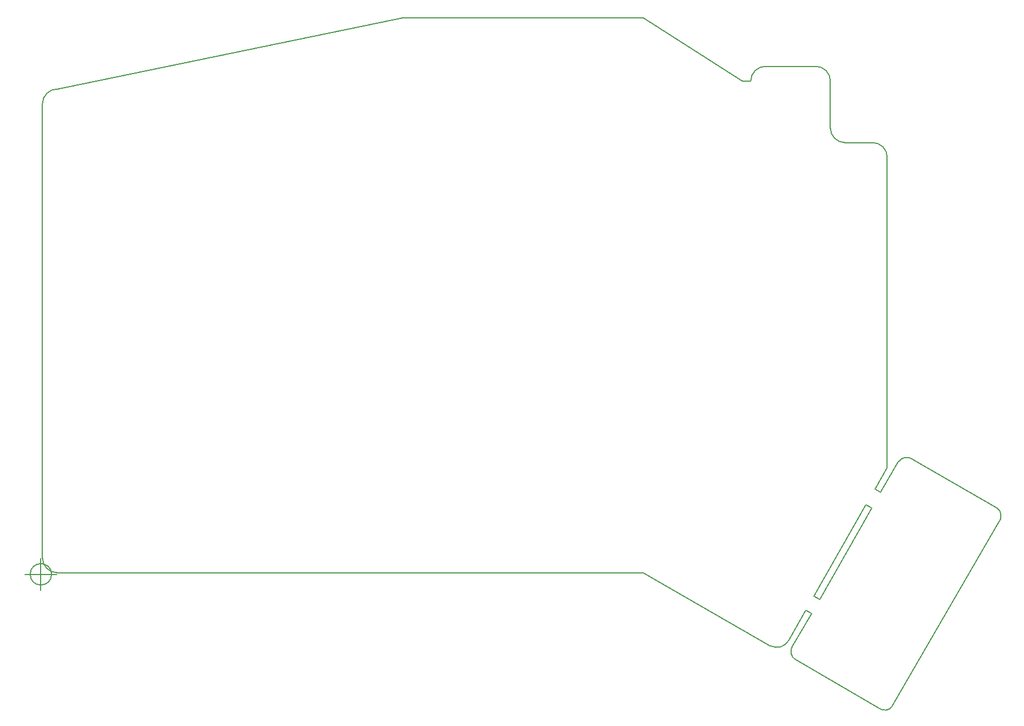
<source format=gm1>
G04 #@! TF.GenerationSoftware,KiCad,Pcbnew,(5.0.0)*
G04 #@! TF.CreationDate,2018-09-16T22:23:12+09:00*
G04 #@! TF.ProjectId,ergodash,6572676F646173682E6B696361645F70,2.0*
G04 #@! TF.SameCoordinates,Original*
G04 #@! TF.FileFunction,Profile,NP*
%FSLAX46Y46*%
G04 Gerber Fmt 4.6, Leading zero omitted, Abs format (unit mm)*
G04 Created by KiCad (PCBNEW (5.0.0)) date 09/16/18 22:23:12*
%MOMM*%
%LPD*%
G01*
G04 APERTURE LIST*
%ADD10C,0.150000*%
G04 APERTURE END LIST*
D10*
X198501000Y-149352000D02*
X195453000Y-154559000D01*
X199771000Y-147193000D02*
X207899000Y-132842000D01*
X198882000Y-146685000D02*
X199771000Y-147193000D01*
X198882000Y-146685000D02*
X207010000Y-132334000D01*
X207010000Y-132334000D02*
X207899000Y-132842000D01*
X194945000Y-153543000D02*
X197612000Y-148844000D01*
X212090000Y-125603000D02*
X209296000Y-130429000D01*
X208407000Y-129921000D02*
X209296000Y-130429000D01*
X197612000Y-148844000D02*
X198501000Y-149352000D01*
X214249000Y-125222000D02*
X227457000Y-132842000D01*
X211074000Y-163957000D02*
X227838000Y-135001000D01*
X214249000Y-125222000D02*
G75*
G03X212090000Y-125603000I-889000J-1270000D01*
G01*
X227838000Y-135001000D02*
G75*
G03X227457000Y-132842000I-1270000J889000D01*
G01*
X195961000Y-156591000D02*
X209042000Y-164211000D01*
X209042000Y-164211000D02*
G75*
G03X211074000Y-163957000I889000J1143000D01*
G01*
X195453000Y-154559000D02*
G75*
G03X195961000Y-156591000I1270000J-762000D01*
G01*
X192024000Y-154432000D02*
G75*
G03X194945000Y-153543000I1016000J1905000D01*
G01*
X172212000Y-143002000D02*
X192024000Y-154432000D01*
X210312000Y-126619000D02*
X208407000Y-129921000D01*
X210312000Y-122174000D02*
X210312000Y-126619000D01*
X172212000Y-56134000D02*
X187706000Y-66040000D01*
X163576000Y-56134000D02*
X172212000Y-56134000D01*
X79644666Y-143256000D02*
G75*
G03X79644666Y-143256000I-1666666J0D01*
G01*
X75478000Y-143256000D02*
X80478000Y-143256000D01*
X77978000Y-140756000D02*
X77978000Y-145756000D01*
X210312000Y-110236000D02*
X210312000Y-122174000D01*
X203708000Y-75692000D02*
X208026000Y-75692000D01*
X201422000Y-66040000D02*
X201422000Y-73406000D01*
X210312000Y-77978000D02*
X210312000Y-110236000D01*
X210312000Y-77978000D02*
G75*
G03X208026000Y-75692000I-2286000J0D01*
G01*
X201422000Y-73406000D02*
G75*
G03X203708000Y-75692000I2286000J0D01*
G01*
X191262000Y-63754000D02*
X199136000Y-63754000D01*
X188976000Y-66040000D02*
X187706000Y-66040000D01*
X201422000Y-66040000D02*
G75*
G03X199136000Y-63754000I-2286000J0D01*
G01*
X78232000Y-140716000D02*
X78232000Y-69596000D01*
X80518000Y-143002000D02*
X114808000Y-143002000D01*
X78232000Y-140716000D02*
G75*
G03X80518000Y-143002000I2286000J0D01*
G01*
X191262000Y-63754000D02*
G75*
G03X188976000Y-66040000I0J-2286000D01*
G01*
X80518000Y-67310000D02*
G75*
G03X78232000Y-69596000I0J-2286000D01*
G01*
X134620000Y-56134000D02*
X163576000Y-56134000D01*
X134620000Y-56134000D02*
X80518000Y-67310000D01*
X114808000Y-143002000D02*
X172212000Y-143002000D01*
M02*

</source>
